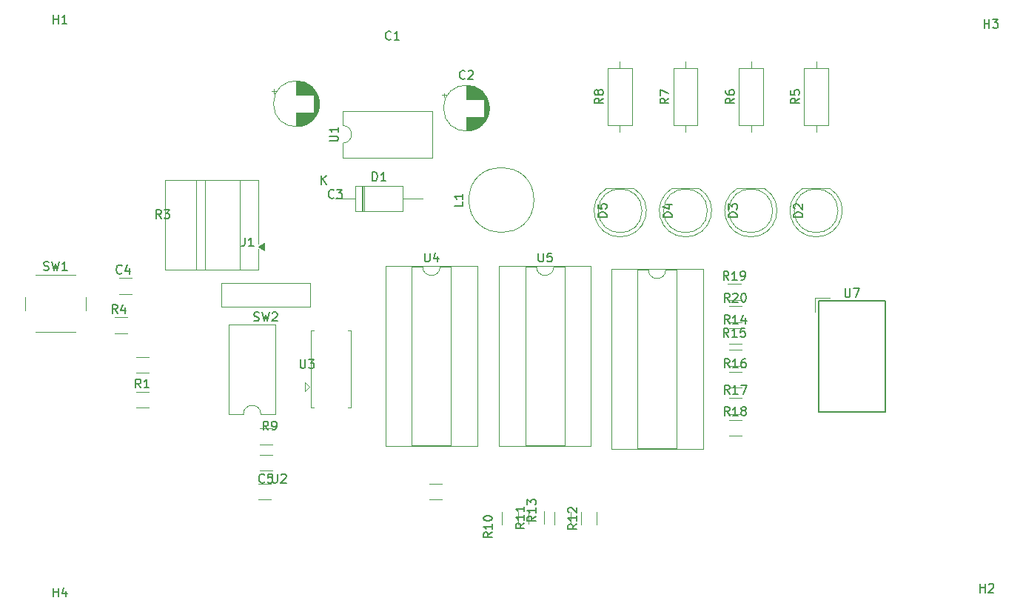
<source format=gbr>
%TF.GenerationSoftware,KiCad,Pcbnew,9.0.3*%
%TF.CreationDate,2025-12-16T09:59:01+01:00*%
%TF.ProjectId,PTP_Darijo_Matesic_Project1,5054505f-4461-4726-996a-6f5f4d617465,rev?*%
%TF.SameCoordinates,Original*%
%TF.FileFunction,Legend,Top*%
%TF.FilePolarity,Positive*%
%FSLAX46Y46*%
G04 Gerber Fmt 4.6, Leading zero omitted, Abs format (unit mm)*
G04 Created by KiCad (PCBNEW 9.0.3) date 2025-12-16 09:59:01*
%MOMM*%
%LPD*%
G01*
G04 APERTURE LIST*
%ADD10C,0.150000*%
%ADD11C,0.120000*%
G04 APERTURE END LIST*
D10*
X119238095Y-48234819D02*
X119238095Y-49044342D01*
X119238095Y-49044342D02*
X119285714Y-49139580D01*
X119285714Y-49139580D02*
X119333333Y-49187200D01*
X119333333Y-49187200D02*
X119428571Y-49234819D01*
X119428571Y-49234819D02*
X119619047Y-49234819D01*
X119619047Y-49234819D02*
X119714285Y-49187200D01*
X119714285Y-49187200D02*
X119761904Y-49139580D01*
X119761904Y-49139580D02*
X119809523Y-49044342D01*
X119809523Y-49044342D02*
X119809523Y-48234819D01*
X120714285Y-48568152D02*
X120714285Y-49234819D01*
X120476190Y-48187200D02*
X120238095Y-48901485D01*
X120238095Y-48901485D02*
X120857142Y-48901485D01*
X89083333Y-44284819D02*
X88750000Y-43808628D01*
X88511905Y-44284819D02*
X88511905Y-43284819D01*
X88511905Y-43284819D02*
X88892857Y-43284819D01*
X88892857Y-43284819D02*
X88988095Y-43332438D01*
X88988095Y-43332438D02*
X89035714Y-43380057D01*
X89035714Y-43380057D02*
X89083333Y-43475295D01*
X89083333Y-43475295D02*
X89083333Y-43618152D01*
X89083333Y-43618152D02*
X89035714Y-43713390D01*
X89035714Y-43713390D02*
X88988095Y-43761009D01*
X88988095Y-43761009D02*
X88892857Y-43808628D01*
X88892857Y-43808628D02*
X88511905Y-43808628D01*
X89416667Y-43284819D02*
X90035714Y-43284819D01*
X90035714Y-43284819D02*
X89702381Y-43665771D01*
X89702381Y-43665771D02*
X89845238Y-43665771D01*
X89845238Y-43665771D02*
X89940476Y-43713390D01*
X89940476Y-43713390D02*
X89988095Y-43761009D01*
X89988095Y-43761009D02*
X90035714Y-43856247D01*
X90035714Y-43856247D02*
X90035714Y-44094342D01*
X90035714Y-44094342D02*
X89988095Y-44189580D01*
X89988095Y-44189580D02*
X89940476Y-44237200D01*
X89940476Y-44237200D02*
X89845238Y-44284819D01*
X89845238Y-44284819D02*
X89559524Y-44284819D01*
X89559524Y-44284819D02*
X89464286Y-44237200D01*
X89464286Y-44237200D02*
X89416667Y-44189580D01*
X84583333Y-50509580D02*
X84535714Y-50557200D01*
X84535714Y-50557200D02*
X84392857Y-50604819D01*
X84392857Y-50604819D02*
X84297619Y-50604819D01*
X84297619Y-50604819D02*
X84154762Y-50557200D01*
X84154762Y-50557200D02*
X84059524Y-50461961D01*
X84059524Y-50461961D02*
X84011905Y-50366723D01*
X84011905Y-50366723D02*
X83964286Y-50176247D01*
X83964286Y-50176247D02*
X83964286Y-50033390D01*
X83964286Y-50033390D02*
X84011905Y-49842914D01*
X84011905Y-49842914D02*
X84059524Y-49747676D01*
X84059524Y-49747676D02*
X84154762Y-49652438D01*
X84154762Y-49652438D02*
X84297619Y-49604819D01*
X84297619Y-49604819D02*
X84392857Y-49604819D01*
X84392857Y-49604819D02*
X84535714Y-49652438D01*
X84535714Y-49652438D02*
X84583333Y-49700057D01*
X85440476Y-49938152D02*
X85440476Y-50604819D01*
X85202381Y-49557200D02*
X84964286Y-50271485D01*
X84964286Y-50271485D02*
X85583333Y-50271485D01*
X153997142Y-57814819D02*
X153663809Y-57338628D01*
X153425714Y-57814819D02*
X153425714Y-56814819D01*
X153425714Y-56814819D02*
X153806666Y-56814819D01*
X153806666Y-56814819D02*
X153901904Y-56862438D01*
X153901904Y-56862438D02*
X153949523Y-56910057D01*
X153949523Y-56910057D02*
X153997142Y-57005295D01*
X153997142Y-57005295D02*
X153997142Y-57148152D01*
X153997142Y-57148152D02*
X153949523Y-57243390D01*
X153949523Y-57243390D02*
X153901904Y-57291009D01*
X153901904Y-57291009D02*
X153806666Y-57338628D01*
X153806666Y-57338628D02*
X153425714Y-57338628D01*
X154949523Y-57814819D02*
X154378095Y-57814819D01*
X154663809Y-57814819D02*
X154663809Y-56814819D01*
X154663809Y-56814819D02*
X154568571Y-56957676D01*
X154568571Y-56957676D02*
X154473333Y-57052914D01*
X154473333Y-57052914D02*
X154378095Y-57100533D01*
X155854285Y-56814819D02*
X155378095Y-56814819D01*
X155378095Y-56814819D02*
X155330476Y-57291009D01*
X155330476Y-57291009D02*
X155378095Y-57243390D01*
X155378095Y-57243390D02*
X155473333Y-57195771D01*
X155473333Y-57195771D02*
X155711428Y-57195771D01*
X155711428Y-57195771D02*
X155806666Y-57243390D01*
X155806666Y-57243390D02*
X155854285Y-57291009D01*
X155854285Y-57291009D02*
X155901904Y-57386247D01*
X155901904Y-57386247D02*
X155901904Y-57624342D01*
X155901904Y-57624342D02*
X155854285Y-57719580D01*
X155854285Y-57719580D02*
X155806666Y-57767200D01*
X155806666Y-57767200D02*
X155711428Y-57814819D01*
X155711428Y-57814819D02*
X155473333Y-57814819D01*
X155473333Y-57814819D02*
X155378095Y-57767200D01*
X155378095Y-57767200D02*
X155330476Y-57719580D01*
X98666666Y-46454819D02*
X98666666Y-47169104D01*
X98666666Y-47169104D02*
X98619047Y-47311961D01*
X98619047Y-47311961D02*
X98523809Y-47407200D01*
X98523809Y-47407200D02*
X98380952Y-47454819D01*
X98380952Y-47454819D02*
X98285714Y-47454819D01*
X99666666Y-47454819D02*
X99095238Y-47454819D01*
X99380952Y-47454819D02*
X99380952Y-46454819D01*
X99380952Y-46454819D02*
X99285714Y-46597676D01*
X99285714Y-46597676D02*
X99190476Y-46692914D01*
X99190476Y-46692914D02*
X99095238Y-46740533D01*
X76738095Y-22004819D02*
X76738095Y-21004819D01*
X76738095Y-21481009D02*
X77309523Y-21481009D01*
X77309523Y-22004819D02*
X77309523Y-21004819D01*
X78309523Y-22004819D02*
X77738095Y-22004819D01*
X78023809Y-22004819D02*
X78023809Y-21004819D01*
X78023809Y-21004819D02*
X77928571Y-21147676D01*
X77928571Y-21147676D02*
X77833333Y-21242914D01*
X77833333Y-21242914D02*
X77738095Y-21290533D01*
X183238095Y-22504819D02*
X183238095Y-21504819D01*
X183238095Y-21981009D02*
X183809523Y-21981009D01*
X183809523Y-22504819D02*
X183809523Y-21504819D01*
X184190476Y-21504819D02*
X184809523Y-21504819D01*
X184809523Y-21504819D02*
X184476190Y-21885771D01*
X184476190Y-21885771D02*
X184619047Y-21885771D01*
X184619047Y-21885771D02*
X184714285Y-21933390D01*
X184714285Y-21933390D02*
X184761904Y-21981009D01*
X184761904Y-21981009D02*
X184809523Y-22076247D01*
X184809523Y-22076247D02*
X184809523Y-22314342D01*
X184809523Y-22314342D02*
X184761904Y-22409580D01*
X184761904Y-22409580D02*
X184714285Y-22457200D01*
X184714285Y-22457200D02*
X184619047Y-22504819D01*
X184619047Y-22504819D02*
X184333333Y-22504819D01*
X184333333Y-22504819D02*
X184238095Y-22457200D01*
X184238095Y-22457200D02*
X184190476Y-22409580D01*
X140044819Y-44138094D02*
X139044819Y-44138094D01*
X139044819Y-44138094D02*
X139044819Y-43899999D01*
X139044819Y-43899999D02*
X139092438Y-43757142D01*
X139092438Y-43757142D02*
X139187676Y-43661904D01*
X139187676Y-43661904D02*
X139282914Y-43614285D01*
X139282914Y-43614285D02*
X139473390Y-43566666D01*
X139473390Y-43566666D02*
X139616247Y-43566666D01*
X139616247Y-43566666D02*
X139806723Y-43614285D01*
X139806723Y-43614285D02*
X139901961Y-43661904D01*
X139901961Y-43661904D02*
X139997200Y-43757142D01*
X139997200Y-43757142D02*
X140044819Y-43899999D01*
X140044819Y-43899999D02*
X140044819Y-44138094D01*
X139044819Y-42661904D02*
X139044819Y-43138094D01*
X139044819Y-43138094D02*
X139521009Y-43185713D01*
X139521009Y-43185713D02*
X139473390Y-43138094D01*
X139473390Y-43138094D02*
X139425771Y-43042856D01*
X139425771Y-43042856D02*
X139425771Y-42804761D01*
X139425771Y-42804761D02*
X139473390Y-42709523D01*
X139473390Y-42709523D02*
X139521009Y-42661904D01*
X139521009Y-42661904D02*
X139616247Y-42614285D01*
X139616247Y-42614285D02*
X139854342Y-42614285D01*
X139854342Y-42614285D02*
X139949580Y-42661904D01*
X139949580Y-42661904D02*
X139997200Y-42709523D01*
X139997200Y-42709523D02*
X140044819Y-42804761D01*
X140044819Y-42804761D02*
X140044819Y-43042856D01*
X140044819Y-43042856D02*
X139997200Y-43138094D01*
X139997200Y-43138094D02*
X139949580Y-43185713D01*
X123833333Y-28274580D02*
X123785714Y-28322200D01*
X123785714Y-28322200D02*
X123642857Y-28369819D01*
X123642857Y-28369819D02*
X123547619Y-28369819D01*
X123547619Y-28369819D02*
X123404762Y-28322200D01*
X123404762Y-28322200D02*
X123309524Y-28226961D01*
X123309524Y-28226961D02*
X123261905Y-28131723D01*
X123261905Y-28131723D02*
X123214286Y-27941247D01*
X123214286Y-27941247D02*
X123214286Y-27798390D01*
X123214286Y-27798390D02*
X123261905Y-27607914D01*
X123261905Y-27607914D02*
X123309524Y-27512676D01*
X123309524Y-27512676D02*
X123404762Y-27417438D01*
X123404762Y-27417438D02*
X123547619Y-27369819D01*
X123547619Y-27369819D02*
X123642857Y-27369819D01*
X123642857Y-27369819D02*
X123785714Y-27417438D01*
X123785714Y-27417438D02*
X123833333Y-27465057D01*
X124214286Y-27465057D02*
X124261905Y-27417438D01*
X124261905Y-27417438D02*
X124357143Y-27369819D01*
X124357143Y-27369819D02*
X124595238Y-27369819D01*
X124595238Y-27369819D02*
X124690476Y-27417438D01*
X124690476Y-27417438D02*
X124738095Y-27465057D01*
X124738095Y-27465057D02*
X124785714Y-27560295D01*
X124785714Y-27560295D02*
X124785714Y-27655533D01*
X124785714Y-27655533D02*
X124738095Y-27798390D01*
X124738095Y-27798390D02*
X124166667Y-28369819D01*
X124166667Y-28369819D02*
X124785714Y-28369819D01*
X108314819Y-35421904D02*
X109124342Y-35421904D01*
X109124342Y-35421904D02*
X109219580Y-35374285D01*
X109219580Y-35374285D02*
X109267200Y-35326666D01*
X109267200Y-35326666D02*
X109314819Y-35231428D01*
X109314819Y-35231428D02*
X109314819Y-35040952D01*
X109314819Y-35040952D02*
X109267200Y-34945714D01*
X109267200Y-34945714D02*
X109219580Y-34898095D01*
X109219580Y-34898095D02*
X109124342Y-34850476D01*
X109124342Y-34850476D02*
X108314819Y-34850476D01*
X109314819Y-33850476D02*
X109314819Y-34421904D01*
X109314819Y-34136190D02*
X108314819Y-34136190D01*
X108314819Y-34136190D02*
X108457676Y-34231428D01*
X108457676Y-34231428D02*
X108552914Y-34326666D01*
X108552914Y-34326666D02*
X108600533Y-34421904D01*
X86753333Y-63624819D02*
X86420000Y-63148628D01*
X86181905Y-63624819D02*
X86181905Y-62624819D01*
X86181905Y-62624819D02*
X86562857Y-62624819D01*
X86562857Y-62624819D02*
X86658095Y-62672438D01*
X86658095Y-62672438D02*
X86705714Y-62720057D01*
X86705714Y-62720057D02*
X86753333Y-62815295D01*
X86753333Y-62815295D02*
X86753333Y-62958152D01*
X86753333Y-62958152D02*
X86705714Y-63053390D01*
X86705714Y-63053390D02*
X86658095Y-63101009D01*
X86658095Y-63101009D02*
X86562857Y-63148628D01*
X86562857Y-63148628D02*
X86181905Y-63148628D01*
X87705714Y-63624819D02*
X87134286Y-63624819D01*
X87420000Y-63624819D02*
X87420000Y-62624819D01*
X87420000Y-62624819D02*
X87324762Y-62767676D01*
X87324762Y-62767676D02*
X87229524Y-62862914D01*
X87229524Y-62862914D02*
X87134286Y-62910533D01*
X154644819Y-30536666D02*
X154168628Y-30869999D01*
X154644819Y-31108094D02*
X153644819Y-31108094D01*
X153644819Y-31108094D02*
X153644819Y-30727142D01*
X153644819Y-30727142D02*
X153692438Y-30631904D01*
X153692438Y-30631904D02*
X153740057Y-30584285D01*
X153740057Y-30584285D02*
X153835295Y-30536666D01*
X153835295Y-30536666D02*
X153978152Y-30536666D01*
X153978152Y-30536666D02*
X154073390Y-30584285D01*
X154073390Y-30584285D02*
X154121009Y-30631904D01*
X154121009Y-30631904D02*
X154168628Y-30727142D01*
X154168628Y-30727142D02*
X154168628Y-31108094D01*
X153644819Y-29679523D02*
X153644819Y-29869999D01*
X153644819Y-29869999D02*
X153692438Y-29965237D01*
X153692438Y-29965237D02*
X153740057Y-30012856D01*
X153740057Y-30012856D02*
X153882914Y-30108094D01*
X153882914Y-30108094D02*
X154073390Y-30155713D01*
X154073390Y-30155713D02*
X154454342Y-30155713D01*
X154454342Y-30155713D02*
X154549580Y-30108094D01*
X154549580Y-30108094D02*
X154597200Y-30060475D01*
X154597200Y-30060475D02*
X154644819Y-29965237D01*
X154644819Y-29965237D02*
X154644819Y-29774761D01*
X154644819Y-29774761D02*
X154597200Y-29679523D01*
X154597200Y-29679523D02*
X154549580Y-29631904D01*
X154549580Y-29631904D02*
X154454342Y-29584285D01*
X154454342Y-29584285D02*
X154216247Y-29584285D01*
X154216247Y-29584285D02*
X154121009Y-29631904D01*
X154121009Y-29631904D02*
X154073390Y-29679523D01*
X154073390Y-29679523D02*
X154025771Y-29774761D01*
X154025771Y-29774761D02*
X154025771Y-29965237D01*
X154025771Y-29965237D02*
X154073390Y-30060475D01*
X154073390Y-30060475D02*
X154121009Y-30108094D01*
X154121009Y-30108094D02*
X154216247Y-30155713D01*
X113261905Y-39984819D02*
X113261905Y-38984819D01*
X113261905Y-38984819D02*
X113500000Y-38984819D01*
X113500000Y-38984819D02*
X113642857Y-39032438D01*
X113642857Y-39032438D02*
X113738095Y-39127676D01*
X113738095Y-39127676D02*
X113785714Y-39222914D01*
X113785714Y-39222914D02*
X113833333Y-39413390D01*
X113833333Y-39413390D02*
X113833333Y-39556247D01*
X113833333Y-39556247D02*
X113785714Y-39746723D01*
X113785714Y-39746723D02*
X113738095Y-39841961D01*
X113738095Y-39841961D02*
X113642857Y-39937200D01*
X113642857Y-39937200D02*
X113500000Y-39984819D01*
X113500000Y-39984819D02*
X113261905Y-39984819D01*
X114785714Y-39984819D02*
X114214286Y-39984819D01*
X114500000Y-39984819D02*
X114500000Y-38984819D01*
X114500000Y-38984819D02*
X114404762Y-39127676D01*
X114404762Y-39127676D02*
X114309524Y-39222914D01*
X114309524Y-39222914D02*
X114214286Y-39270533D01*
X107388095Y-40354819D02*
X107388095Y-39354819D01*
X107959523Y-40354819D02*
X107530952Y-39783390D01*
X107959523Y-39354819D02*
X107388095Y-39926247D01*
X154984819Y-44138094D02*
X153984819Y-44138094D01*
X153984819Y-44138094D02*
X153984819Y-43899999D01*
X153984819Y-43899999D02*
X154032438Y-43757142D01*
X154032438Y-43757142D02*
X154127676Y-43661904D01*
X154127676Y-43661904D02*
X154222914Y-43614285D01*
X154222914Y-43614285D02*
X154413390Y-43566666D01*
X154413390Y-43566666D02*
X154556247Y-43566666D01*
X154556247Y-43566666D02*
X154746723Y-43614285D01*
X154746723Y-43614285D02*
X154841961Y-43661904D01*
X154841961Y-43661904D02*
X154937200Y-43757142D01*
X154937200Y-43757142D02*
X154984819Y-43899999D01*
X154984819Y-43899999D02*
X154984819Y-44138094D01*
X153984819Y-43233332D02*
X153984819Y-42614285D01*
X153984819Y-42614285D02*
X154365771Y-42947618D01*
X154365771Y-42947618D02*
X154365771Y-42804761D01*
X154365771Y-42804761D02*
X154413390Y-42709523D01*
X154413390Y-42709523D02*
X154461009Y-42661904D01*
X154461009Y-42661904D02*
X154556247Y-42614285D01*
X154556247Y-42614285D02*
X154794342Y-42614285D01*
X154794342Y-42614285D02*
X154889580Y-42661904D01*
X154889580Y-42661904D02*
X154937200Y-42709523D01*
X154937200Y-42709523D02*
X154984819Y-42804761D01*
X154984819Y-42804761D02*
X154984819Y-43090475D01*
X154984819Y-43090475D02*
X154937200Y-43185713D01*
X154937200Y-43185713D02*
X154889580Y-43233332D01*
X154097142Y-53814819D02*
X153763809Y-53338628D01*
X153525714Y-53814819D02*
X153525714Y-52814819D01*
X153525714Y-52814819D02*
X153906666Y-52814819D01*
X153906666Y-52814819D02*
X154001904Y-52862438D01*
X154001904Y-52862438D02*
X154049523Y-52910057D01*
X154049523Y-52910057D02*
X154097142Y-53005295D01*
X154097142Y-53005295D02*
X154097142Y-53148152D01*
X154097142Y-53148152D02*
X154049523Y-53243390D01*
X154049523Y-53243390D02*
X154001904Y-53291009D01*
X154001904Y-53291009D02*
X153906666Y-53338628D01*
X153906666Y-53338628D02*
X153525714Y-53338628D01*
X154478095Y-52910057D02*
X154525714Y-52862438D01*
X154525714Y-52862438D02*
X154620952Y-52814819D01*
X154620952Y-52814819D02*
X154859047Y-52814819D01*
X154859047Y-52814819D02*
X154954285Y-52862438D01*
X154954285Y-52862438D02*
X155001904Y-52910057D01*
X155001904Y-52910057D02*
X155049523Y-53005295D01*
X155049523Y-53005295D02*
X155049523Y-53100533D01*
X155049523Y-53100533D02*
X155001904Y-53243390D01*
X155001904Y-53243390D02*
X154430476Y-53814819D01*
X154430476Y-53814819D02*
X155049523Y-53814819D01*
X155668571Y-52814819D02*
X155763809Y-52814819D01*
X155763809Y-52814819D02*
X155859047Y-52862438D01*
X155859047Y-52862438D02*
X155906666Y-52910057D01*
X155906666Y-52910057D02*
X155954285Y-53005295D01*
X155954285Y-53005295D02*
X156001904Y-53195771D01*
X156001904Y-53195771D02*
X156001904Y-53433866D01*
X156001904Y-53433866D02*
X155954285Y-53624342D01*
X155954285Y-53624342D02*
X155906666Y-53719580D01*
X155906666Y-53719580D02*
X155859047Y-53767200D01*
X155859047Y-53767200D02*
X155763809Y-53814819D01*
X155763809Y-53814819D02*
X155668571Y-53814819D01*
X155668571Y-53814819D02*
X155573333Y-53767200D01*
X155573333Y-53767200D02*
X155525714Y-53719580D01*
X155525714Y-53719580D02*
X155478095Y-53624342D01*
X155478095Y-53624342D02*
X155430476Y-53433866D01*
X155430476Y-53433866D02*
X155430476Y-53195771D01*
X155430476Y-53195771D02*
X155478095Y-53005295D01*
X155478095Y-53005295D02*
X155525714Y-52910057D01*
X155525714Y-52910057D02*
X155573333Y-52862438D01*
X155573333Y-52862438D02*
X155668571Y-52814819D01*
X76738095Y-87504819D02*
X76738095Y-86504819D01*
X76738095Y-86981009D02*
X77309523Y-86981009D01*
X77309523Y-87504819D02*
X77309523Y-86504819D01*
X78214285Y-86838152D02*
X78214285Y-87504819D01*
X77976190Y-86457200D02*
X77738095Y-87171485D01*
X77738095Y-87171485D02*
X78357142Y-87171485D01*
X100895833Y-74379580D02*
X100848214Y-74427200D01*
X100848214Y-74427200D02*
X100705357Y-74474819D01*
X100705357Y-74474819D02*
X100610119Y-74474819D01*
X100610119Y-74474819D02*
X100467262Y-74427200D01*
X100467262Y-74427200D02*
X100372024Y-74331961D01*
X100372024Y-74331961D02*
X100324405Y-74236723D01*
X100324405Y-74236723D02*
X100276786Y-74046247D01*
X100276786Y-74046247D02*
X100276786Y-73903390D01*
X100276786Y-73903390D02*
X100324405Y-73712914D01*
X100324405Y-73712914D02*
X100372024Y-73617676D01*
X100372024Y-73617676D02*
X100467262Y-73522438D01*
X100467262Y-73522438D02*
X100610119Y-73474819D01*
X100610119Y-73474819D02*
X100705357Y-73474819D01*
X100705357Y-73474819D02*
X100848214Y-73522438D01*
X100848214Y-73522438D02*
X100895833Y-73570057D01*
X101800595Y-73474819D02*
X101324405Y-73474819D01*
X101324405Y-73474819D02*
X101276786Y-73951009D01*
X101276786Y-73951009D02*
X101324405Y-73903390D01*
X101324405Y-73903390D02*
X101419643Y-73855771D01*
X101419643Y-73855771D02*
X101657738Y-73855771D01*
X101657738Y-73855771D02*
X101752976Y-73903390D01*
X101752976Y-73903390D02*
X101800595Y-73951009D01*
X101800595Y-73951009D02*
X101848214Y-74046247D01*
X101848214Y-74046247D02*
X101848214Y-74284342D01*
X101848214Y-74284342D02*
X101800595Y-74379580D01*
X101800595Y-74379580D02*
X101752976Y-74427200D01*
X101752976Y-74427200D02*
X101657738Y-74474819D01*
X101657738Y-74474819D02*
X101419643Y-74474819D01*
X101419643Y-74474819D02*
X101324405Y-74427200D01*
X101324405Y-74427200D02*
X101276786Y-74379580D01*
X126954819Y-80142857D02*
X126478628Y-80476190D01*
X126954819Y-80714285D02*
X125954819Y-80714285D01*
X125954819Y-80714285D02*
X125954819Y-80333333D01*
X125954819Y-80333333D02*
X126002438Y-80238095D01*
X126002438Y-80238095D02*
X126050057Y-80190476D01*
X126050057Y-80190476D02*
X126145295Y-80142857D01*
X126145295Y-80142857D02*
X126288152Y-80142857D01*
X126288152Y-80142857D02*
X126383390Y-80190476D01*
X126383390Y-80190476D02*
X126431009Y-80238095D01*
X126431009Y-80238095D02*
X126478628Y-80333333D01*
X126478628Y-80333333D02*
X126478628Y-80714285D01*
X126954819Y-79190476D02*
X126954819Y-79761904D01*
X126954819Y-79476190D02*
X125954819Y-79476190D01*
X125954819Y-79476190D02*
X126097676Y-79571428D01*
X126097676Y-79571428D02*
X126192914Y-79666666D01*
X126192914Y-79666666D02*
X126240533Y-79761904D01*
X125954819Y-78571428D02*
X125954819Y-78476190D01*
X125954819Y-78476190D02*
X126002438Y-78380952D01*
X126002438Y-78380952D02*
X126050057Y-78333333D01*
X126050057Y-78333333D02*
X126145295Y-78285714D01*
X126145295Y-78285714D02*
X126335771Y-78238095D01*
X126335771Y-78238095D02*
X126573866Y-78238095D01*
X126573866Y-78238095D02*
X126764342Y-78285714D01*
X126764342Y-78285714D02*
X126859580Y-78333333D01*
X126859580Y-78333333D02*
X126907200Y-78380952D01*
X126907200Y-78380952D02*
X126954819Y-78476190D01*
X126954819Y-78476190D02*
X126954819Y-78571428D01*
X126954819Y-78571428D02*
X126907200Y-78666666D01*
X126907200Y-78666666D02*
X126859580Y-78714285D01*
X126859580Y-78714285D02*
X126764342Y-78761904D01*
X126764342Y-78761904D02*
X126573866Y-78809523D01*
X126573866Y-78809523D02*
X126335771Y-78809523D01*
X126335771Y-78809523D02*
X126145295Y-78761904D01*
X126145295Y-78761904D02*
X126050057Y-78714285D01*
X126050057Y-78714285D02*
X126002438Y-78666666D01*
X126002438Y-78666666D02*
X125954819Y-78571428D01*
X147144819Y-30536666D02*
X146668628Y-30869999D01*
X147144819Y-31108094D02*
X146144819Y-31108094D01*
X146144819Y-31108094D02*
X146144819Y-30727142D01*
X146144819Y-30727142D02*
X146192438Y-30631904D01*
X146192438Y-30631904D02*
X146240057Y-30584285D01*
X146240057Y-30584285D02*
X146335295Y-30536666D01*
X146335295Y-30536666D02*
X146478152Y-30536666D01*
X146478152Y-30536666D02*
X146573390Y-30584285D01*
X146573390Y-30584285D02*
X146621009Y-30631904D01*
X146621009Y-30631904D02*
X146668628Y-30727142D01*
X146668628Y-30727142D02*
X146668628Y-31108094D01*
X146144819Y-30203332D02*
X146144819Y-29536666D01*
X146144819Y-29536666D02*
X147144819Y-29965237D01*
X101333333Y-68454819D02*
X101000000Y-67978628D01*
X100761905Y-68454819D02*
X100761905Y-67454819D01*
X100761905Y-67454819D02*
X101142857Y-67454819D01*
X101142857Y-67454819D02*
X101238095Y-67502438D01*
X101238095Y-67502438D02*
X101285714Y-67550057D01*
X101285714Y-67550057D02*
X101333333Y-67645295D01*
X101333333Y-67645295D02*
X101333333Y-67788152D01*
X101333333Y-67788152D02*
X101285714Y-67883390D01*
X101285714Y-67883390D02*
X101238095Y-67931009D01*
X101238095Y-67931009D02*
X101142857Y-67978628D01*
X101142857Y-67978628D02*
X100761905Y-67978628D01*
X101809524Y-68454819D02*
X102000000Y-68454819D01*
X102000000Y-68454819D02*
X102095238Y-68407200D01*
X102095238Y-68407200D02*
X102142857Y-68359580D01*
X102142857Y-68359580D02*
X102238095Y-68216723D01*
X102238095Y-68216723D02*
X102285714Y-68026247D01*
X102285714Y-68026247D02*
X102285714Y-67645295D01*
X102285714Y-67645295D02*
X102238095Y-67550057D01*
X102238095Y-67550057D02*
X102190476Y-67502438D01*
X102190476Y-67502438D02*
X102095238Y-67454819D01*
X102095238Y-67454819D02*
X101904762Y-67454819D01*
X101904762Y-67454819D02*
X101809524Y-67502438D01*
X101809524Y-67502438D02*
X101761905Y-67550057D01*
X101761905Y-67550057D02*
X101714286Y-67645295D01*
X101714286Y-67645295D02*
X101714286Y-67883390D01*
X101714286Y-67883390D02*
X101761905Y-67978628D01*
X101761905Y-67978628D02*
X101809524Y-68026247D01*
X101809524Y-68026247D02*
X101904762Y-68073866D01*
X101904762Y-68073866D02*
X102095238Y-68073866D01*
X102095238Y-68073866D02*
X102190476Y-68026247D01*
X102190476Y-68026247D02*
X102238095Y-67978628D01*
X102238095Y-67978628D02*
X102285714Y-67883390D01*
X139644819Y-30536666D02*
X139168628Y-30869999D01*
X139644819Y-31108094D02*
X138644819Y-31108094D01*
X138644819Y-31108094D02*
X138644819Y-30727142D01*
X138644819Y-30727142D02*
X138692438Y-30631904D01*
X138692438Y-30631904D02*
X138740057Y-30584285D01*
X138740057Y-30584285D02*
X138835295Y-30536666D01*
X138835295Y-30536666D02*
X138978152Y-30536666D01*
X138978152Y-30536666D02*
X139073390Y-30584285D01*
X139073390Y-30584285D02*
X139121009Y-30631904D01*
X139121009Y-30631904D02*
X139168628Y-30727142D01*
X139168628Y-30727142D02*
X139168628Y-31108094D01*
X139073390Y-29965237D02*
X139025771Y-30060475D01*
X139025771Y-30060475D02*
X138978152Y-30108094D01*
X138978152Y-30108094D02*
X138882914Y-30155713D01*
X138882914Y-30155713D02*
X138835295Y-30155713D01*
X138835295Y-30155713D02*
X138740057Y-30108094D01*
X138740057Y-30108094D02*
X138692438Y-30060475D01*
X138692438Y-30060475D02*
X138644819Y-29965237D01*
X138644819Y-29965237D02*
X138644819Y-29774761D01*
X138644819Y-29774761D02*
X138692438Y-29679523D01*
X138692438Y-29679523D02*
X138740057Y-29631904D01*
X138740057Y-29631904D02*
X138835295Y-29584285D01*
X138835295Y-29584285D02*
X138882914Y-29584285D01*
X138882914Y-29584285D02*
X138978152Y-29631904D01*
X138978152Y-29631904D02*
X139025771Y-29679523D01*
X139025771Y-29679523D02*
X139073390Y-29774761D01*
X139073390Y-29774761D02*
X139073390Y-29965237D01*
X139073390Y-29965237D02*
X139121009Y-30060475D01*
X139121009Y-30060475D02*
X139168628Y-30108094D01*
X139168628Y-30108094D02*
X139263866Y-30155713D01*
X139263866Y-30155713D02*
X139454342Y-30155713D01*
X139454342Y-30155713D02*
X139549580Y-30108094D01*
X139549580Y-30108094D02*
X139597200Y-30060475D01*
X139597200Y-30060475D02*
X139644819Y-29965237D01*
X139644819Y-29965237D02*
X139644819Y-29774761D01*
X139644819Y-29774761D02*
X139597200Y-29679523D01*
X139597200Y-29679523D02*
X139549580Y-29631904D01*
X139549580Y-29631904D02*
X139454342Y-29584285D01*
X139454342Y-29584285D02*
X139263866Y-29584285D01*
X139263866Y-29584285D02*
X139168628Y-29631904D01*
X139168628Y-29631904D02*
X139121009Y-29679523D01*
X139121009Y-29679523D02*
X139073390Y-29774761D01*
X75666667Y-50157200D02*
X75809524Y-50204819D01*
X75809524Y-50204819D02*
X76047619Y-50204819D01*
X76047619Y-50204819D02*
X76142857Y-50157200D01*
X76142857Y-50157200D02*
X76190476Y-50109580D01*
X76190476Y-50109580D02*
X76238095Y-50014342D01*
X76238095Y-50014342D02*
X76238095Y-49919104D01*
X76238095Y-49919104D02*
X76190476Y-49823866D01*
X76190476Y-49823866D02*
X76142857Y-49776247D01*
X76142857Y-49776247D02*
X76047619Y-49728628D01*
X76047619Y-49728628D02*
X75857143Y-49681009D01*
X75857143Y-49681009D02*
X75761905Y-49633390D01*
X75761905Y-49633390D02*
X75714286Y-49585771D01*
X75714286Y-49585771D02*
X75666667Y-49490533D01*
X75666667Y-49490533D02*
X75666667Y-49395295D01*
X75666667Y-49395295D02*
X75714286Y-49300057D01*
X75714286Y-49300057D02*
X75761905Y-49252438D01*
X75761905Y-49252438D02*
X75857143Y-49204819D01*
X75857143Y-49204819D02*
X76095238Y-49204819D01*
X76095238Y-49204819D02*
X76238095Y-49252438D01*
X76571429Y-49204819D02*
X76809524Y-50204819D01*
X76809524Y-50204819D02*
X77000000Y-49490533D01*
X77000000Y-49490533D02*
X77190476Y-50204819D01*
X77190476Y-50204819D02*
X77428572Y-49204819D01*
X78333333Y-50204819D02*
X77761905Y-50204819D01*
X78047619Y-50204819D02*
X78047619Y-49204819D01*
X78047619Y-49204819D02*
X77952381Y-49347676D01*
X77952381Y-49347676D02*
X77857143Y-49442914D01*
X77857143Y-49442914D02*
X77761905Y-49490533D01*
X153997142Y-51314819D02*
X153663809Y-50838628D01*
X153425714Y-51314819D02*
X153425714Y-50314819D01*
X153425714Y-50314819D02*
X153806666Y-50314819D01*
X153806666Y-50314819D02*
X153901904Y-50362438D01*
X153901904Y-50362438D02*
X153949523Y-50410057D01*
X153949523Y-50410057D02*
X153997142Y-50505295D01*
X153997142Y-50505295D02*
X153997142Y-50648152D01*
X153997142Y-50648152D02*
X153949523Y-50743390D01*
X153949523Y-50743390D02*
X153901904Y-50791009D01*
X153901904Y-50791009D02*
X153806666Y-50838628D01*
X153806666Y-50838628D02*
X153425714Y-50838628D01*
X154949523Y-51314819D02*
X154378095Y-51314819D01*
X154663809Y-51314819D02*
X154663809Y-50314819D01*
X154663809Y-50314819D02*
X154568571Y-50457676D01*
X154568571Y-50457676D02*
X154473333Y-50552914D01*
X154473333Y-50552914D02*
X154378095Y-50600533D01*
X155425714Y-51314819D02*
X155616190Y-51314819D01*
X155616190Y-51314819D02*
X155711428Y-51267200D01*
X155711428Y-51267200D02*
X155759047Y-51219580D01*
X155759047Y-51219580D02*
X155854285Y-51076723D01*
X155854285Y-51076723D02*
X155901904Y-50886247D01*
X155901904Y-50886247D02*
X155901904Y-50505295D01*
X155901904Y-50505295D02*
X155854285Y-50410057D01*
X155854285Y-50410057D02*
X155806666Y-50362438D01*
X155806666Y-50362438D02*
X155711428Y-50314819D01*
X155711428Y-50314819D02*
X155520952Y-50314819D01*
X155520952Y-50314819D02*
X155425714Y-50362438D01*
X155425714Y-50362438D02*
X155378095Y-50410057D01*
X155378095Y-50410057D02*
X155330476Y-50505295D01*
X155330476Y-50505295D02*
X155330476Y-50743390D01*
X155330476Y-50743390D02*
X155378095Y-50838628D01*
X155378095Y-50838628D02*
X155425714Y-50886247D01*
X155425714Y-50886247D02*
X155520952Y-50933866D01*
X155520952Y-50933866D02*
X155711428Y-50933866D01*
X155711428Y-50933866D02*
X155806666Y-50886247D01*
X155806666Y-50886247D02*
X155854285Y-50838628D01*
X155854285Y-50838628D02*
X155901904Y-50743390D01*
X104998095Y-60394819D02*
X104998095Y-61204342D01*
X104998095Y-61204342D02*
X105045714Y-61299580D01*
X105045714Y-61299580D02*
X105093333Y-61347200D01*
X105093333Y-61347200D02*
X105188571Y-61394819D01*
X105188571Y-61394819D02*
X105379047Y-61394819D01*
X105379047Y-61394819D02*
X105474285Y-61347200D01*
X105474285Y-61347200D02*
X105521904Y-61299580D01*
X105521904Y-61299580D02*
X105569523Y-61204342D01*
X105569523Y-61204342D02*
X105569523Y-60394819D01*
X105950476Y-60394819D02*
X106569523Y-60394819D01*
X106569523Y-60394819D02*
X106236190Y-60775771D01*
X106236190Y-60775771D02*
X106379047Y-60775771D01*
X106379047Y-60775771D02*
X106474285Y-60823390D01*
X106474285Y-60823390D02*
X106521904Y-60871009D01*
X106521904Y-60871009D02*
X106569523Y-60966247D01*
X106569523Y-60966247D02*
X106569523Y-61204342D01*
X106569523Y-61204342D02*
X106521904Y-61299580D01*
X106521904Y-61299580D02*
X106474285Y-61347200D01*
X106474285Y-61347200D02*
X106379047Y-61394819D01*
X106379047Y-61394819D02*
X106093333Y-61394819D01*
X106093333Y-61394819D02*
X105998095Y-61347200D01*
X105998095Y-61347200D02*
X105950476Y-61299580D01*
X167310595Y-52278319D02*
X167310595Y-53087842D01*
X167310595Y-53087842D02*
X167358214Y-53183080D01*
X167358214Y-53183080D02*
X167405833Y-53230700D01*
X167405833Y-53230700D02*
X167501071Y-53278319D01*
X167501071Y-53278319D02*
X167691547Y-53278319D01*
X167691547Y-53278319D02*
X167786785Y-53230700D01*
X167786785Y-53230700D02*
X167834404Y-53183080D01*
X167834404Y-53183080D02*
X167882023Y-53087842D01*
X167882023Y-53087842D02*
X167882023Y-52278319D01*
X168262976Y-52278319D02*
X168929642Y-52278319D01*
X168929642Y-52278319D02*
X168501071Y-53278319D01*
X154097142Y-61314819D02*
X153763809Y-60838628D01*
X153525714Y-61314819D02*
X153525714Y-60314819D01*
X153525714Y-60314819D02*
X153906666Y-60314819D01*
X153906666Y-60314819D02*
X154001904Y-60362438D01*
X154001904Y-60362438D02*
X154049523Y-60410057D01*
X154049523Y-60410057D02*
X154097142Y-60505295D01*
X154097142Y-60505295D02*
X154097142Y-60648152D01*
X154097142Y-60648152D02*
X154049523Y-60743390D01*
X154049523Y-60743390D02*
X154001904Y-60791009D01*
X154001904Y-60791009D02*
X153906666Y-60838628D01*
X153906666Y-60838628D02*
X153525714Y-60838628D01*
X155049523Y-61314819D02*
X154478095Y-61314819D01*
X154763809Y-61314819D02*
X154763809Y-60314819D01*
X154763809Y-60314819D02*
X154668571Y-60457676D01*
X154668571Y-60457676D02*
X154573333Y-60552914D01*
X154573333Y-60552914D02*
X154478095Y-60600533D01*
X155906666Y-60314819D02*
X155716190Y-60314819D01*
X155716190Y-60314819D02*
X155620952Y-60362438D01*
X155620952Y-60362438D02*
X155573333Y-60410057D01*
X155573333Y-60410057D02*
X155478095Y-60552914D01*
X155478095Y-60552914D02*
X155430476Y-60743390D01*
X155430476Y-60743390D02*
X155430476Y-61124342D01*
X155430476Y-61124342D02*
X155478095Y-61219580D01*
X155478095Y-61219580D02*
X155525714Y-61267200D01*
X155525714Y-61267200D02*
X155620952Y-61314819D01*
X155620952Y-61314819D02*
X155811428Y-61314819D01*
X155811428Y-61314819D02*
X155906666Y-61267200D01*
X155906666Y-61267200D02*
X155954285Y-61219580D01*
X155954285Y-61219580D02*
X156001904Y-61124342D01*
X156001904Y-61124342D02*
X156001904Y-60886247D01*
X156001904Y-60886247D02*
X155954285Y-60791009D01*
X155954285Y-60791009D02*
X155906666Y-60743390D01*
X155906666Y-60743390D02*
X155811428Y-60695771D01*
X155811428Y-60695771D02*
X155620952Y-60695771D01*
X155620952Y-60695771D02*
X155525714Y-60743390D01*
X155525714Y-60743390D02*
X155478095Y-60791009D01*
X155478095Y-60791009D02*
X155430476Y-60886247D01*
X154097142Y-64314819D02*
X153763809Y-63838628D01*
X153525714Y-64314819D02*
X153525714Y-63314819D01*
X153525714Y-63314819D02*
X153906666Y-63314819D01*
X153906666Y-63314819D02*
X154001904Y-63362438D01*
X154001904Y-63362438D02*
X154049523Y-63410057D01*
X154049523Y-63410057D02*
X154097142Y-63505295D01*
X154097142Y-63505295D02*
X154097142Y-63648152D01*
X154097142Y-63648152D02*
X154049523Y-63743390D01*
X154049523Y-63743390D02*
X154001904Y-63791009D01*
X154001904Y-63791009D02*
X153906666Y-63838628D01*
X153906666Y-63838628D02*
X153525714Y-63838628D01*
X155049523Y-64314819D02*
X154478095Y-64314819D01*
X154763809Y-64314819D02*
X154763809Y-63314819D01*
X154763809Y-63314819D02*
X154668571Y-63457676D01*
X154668571Y-63457676D02*
X154573333Y-63552914D01*
X154573333Y-63552914D02*
X154478095Y-63600533D01*
X155382857Y-63314819D02*
X156049523Y-63314819D01*
X156049523Y-63314819D02*
X155620952Y-64314819D01*
X115378221Y-23774580D02*
X115330602Y-23822200D01*
X115330602Y-23822200D02*
X115187745Y-23869819D01*
X115187745Y-23869819D02*
X115092507Y-23869819D01*
X115092507Y-23869819D02*
X114949650Y-23822200D01*
X114949650Y-23822200D02*
X114854412Y-23726961D01*
X114854412Y-23726961D02*
X114806793Y-23631723D01*
X114806793Y-23631723D02*
X114759174Y-23441247D01*
X114759174Y-23441247D02*
X114759174Y-23298390D01*
X114759174Y-23298390D02*
X114806793Y-23107914D01*
X114806793Y-23107914D02*
X114854412Y-23012676D01*
X114854412Y-23012676D02*
X114949650Y-22917438D01*
X114949650Y-22917438D02*
X115092507Y-22869819D01*
X115092507Y-22869819D02*
X115187745Y-22869819D01*
X115187745Y-22869819D02*
X115330602Y-22917438D01*
X115330602Y-22917438D02*
X115378221Y-22965057D01*
X116330602Y-23869819D02*
X115759174Y-23869819D01*
X116044888Y-23869819D02*
X116044888Y-22869819D01*
X116044888Y-22869819D02*
X115949650Y-23012676D01*
X115949650Y-23012676D02*
X115854412Y-23107914D01*
X115854412Y-23107914D02*
X115759174Y-23155533D01*
X101805595Y-73484819D02*
X101805595Y-74294342D01*
X101805595Y-74294342D02*
X101853214Y-74389580D01*
X101853214Y-74389580D02*
X101900833Y-74437200D01*
X101900833Y-74437200D02*
X101996071Y-74484819D01*
X101996071Y-74484819D02*
X102186547Y-74484819D01*
X102186547Y-74484819D02*
X102281785Y-74437200D01*
X102281785Y-74437200D02*
X102329404Y-74389580D01*
X102329404Y-74389580D02*
X102377023Y-74294342D01*
X102377023Y-74294342D02*
X102377023Y-73484819D01*
X102805595Y-73580057D02*
X102853214Y-73532438D01*
X102853214Y-73532438D02*
X102948452Y-73484819D01*
X102948452Y-73484819D02*
X103186547Y-73484819D01*
X103186547Y-73484819D02*
X103281785Y-73532438D01*
X103281785Y-73532438D02*
X103329404Y-73580057D01*
X103329404Y-73580057D02*
X103377023Y-73675295D01*
X103377023Y-73675295D02*
X103377023Y-73770533D01*
X103377023Y-73770533D02*
X103329404Y-73913390D01*
X103329404Y-73913390D02*
X102757976Y-74484819D01*
X102757976Y-74484819D02*
X103377023Y-74484819D01*
X131954819Y-78292857D02*
X131478628Y-78626190D01*
X131954819Y-78864285D02*
X130954819Y-78864285D01*
X130954819Y-78864285D02*
X130954819Y-78483333D01*
X130954819Y-78483333D02*
X131002438Y-78388095D01*
X131002438Y-78388095D02*
X131050057Y-78340476D01*
X131050057Y-78340476D02*
X131145295Y-78292857D01*
X131145295Y-78292857D02*
X131288152Y-78292857D01*
X131288152Y-78292857D02*
X131383390Y-78340476D01*
X131383390Y-78340476D02*
X131431009Y-78388095D01*
X131431009Y-78388095D02*
X131478628Y-78483333D01*
X131478628Y-78483333D02*
X131478628Y-78864285D01*
X131954819Y-77340476D02*
X131954819Y-77911904D01*
X131954819Y-77626190D02*
X130954819Y-77626190D01*
X130954819Y-77626190D02*
X131097676Y-77721428D01*
X131097676Y-77721428D02*
X131192914Y-77816666D01*
X131192914Y-77816666D02*
X131240533Y-77911904D01*
X130954819Y-77007142D02*
X130954819Y-76388095D01*
X130954819Y-76388095D02*
X131335771Y-76721428D01*
X131335771Y-76721428D02*
X131335771Y-76578571D01*
X131335771Y-76578571D02*
X131383390Y-76483333D01*
X131383390Y-76483333D02*
X131431009Y-76435714D01*
X131431009Y-76435714D02*
X131526247Y-76388095D01*
X131526247Y-76388095D02*
X131764342Y-76388095D01*
X131764342Y-76388095D02*
X131859580Y-76435714D01*
X131859580Y-76435714D02*
X131907200Y-76483333D01*
X131907200Y-76483333D02*
X131954819Y-76578571D01*
X131954819Y-76578571D02*
X131954819Y-76864285D01*
X131954819Y-76864285D02*
X131907200Y-76959523D01*
X131907200Y-76959523D02*
X131859580Y-77007142D01*
X108833333Y-41879580D02*
X108785714Y-41927200D01*
X108785714Y-41927200D02*
X108642857Y-41974819D01*
X108642857Y-41974819D02*
X108547619Y-41974819D01*
X108547619Y-41974819D02*
X108404762Y-41927200D01*
X108404762Y-41927200D02*
X108309524Y-41831961D01*
X108309524Y-41831961D02*
X108261905Y-41736723D01*
X108261905Y-41736723D02*
X108214286Y-41546247D01*
X108214286Y-41546247D02*
X108214286Y-41403390D01*
X108214286Y-41403390D02*
X108261905Y-41212914D01*
X108261905Y-41212914D02*
X108309524Y-41117676D01*
X108309524Y-41117676D02*
X108404762Y-41022438D01*
X108404762Y-41022438D02*
X108547619Y-40974819D01*
X108547619Y-40974819D02*
X108642857Y-40974819D01*
X108642857Y-40974819D02*
X108785714Y-41022438D01*
X108785714Y-41022438D02*
X108833333Y-41070057D01*
X109166667Y-40974819D02*
X109785714Y-40974819D01*
X109785714Y-40974819D02*
X109452381Y-41355771D01*
X109452381Y-41355771D02*
X109595238Y-41355771D01*
X109595238Y-41355771D02*
X109690476Y-41403390D01*
X109690476Y-41403390D02*
X109738095Y-41451009D01*
X109738095Y-41451009D02*
X109785714Y-41546247D01*
X109785714Y-41546247D02*
X109785714Y-41784342D01*
X109785714Y-41784342D02*
X109738095Y-41879580D01*
X109738095Y-41879580D02*
X109690476Y-41927200D01*
X109690476Y-41927200D02*
X109595238Y-41974819D01*
X109595238Y-41974819D02*
X109309524Y-41974819D01*
X109309524Y-41974819D02*
X109214286Y-41927200D01*
X109214286Y-41927200D02*
X109166667Y-41879580D01*
X147514819Y-44138094D02*
X146514819Y-44138094D01*
X146514819Y-44138094D02*
X146514819Y-43899999D01*
X146514819Y-43899999D02*
X146562438Y-43757142D01*
X146562438Y-43757142D02*
X146657676Y-43661904D01*
X146657676Y-43661904D02*
X146752914Y-43614285D01*
X146752914Y-43614285D02*
X146943390Y-43566666D01*
X146943390Y-43566666D02*
X147086247Y-43566666D01*
X147086247Y-43566666D02*
X147276723Y-43614285D01*
X147276723Y-43614285D02*
X147371961Y-43661904D01*
X147371961Y-43661904D02*
X147467200Y-43757142D01*
X147467200Y-43757142D02*
X147514819Y-43899999D01*
X147514819Y-43899999D02*
X147514819Y-44138094D01*
X146848152Y-42709523D02*
X147514819Y-42709523D01*
X146467200Y-42947618D02*
X147181485Y-43185713D01*
X147181485Y-43185713D02*
X147181485Y-42566666D01*
X136624819Y-79192857D02*
X136148628Y-79526190D01*
X136624819Y-79764285D02*
X135624819Y-79764285D01*
X135624819Y-79764285D02*
X135624819Y-79383333D01*
X135624819Y-79383333D02*
X135672438Y-79288095D01*
X135672438Y-79288095D02*
X135720057Y-79240476D01*
X135720057Y-79240476D02*
X135815295Y-79192857D01*
X135815295Y-79192857D02*
X135958152Y-79192857D01*
X135958152Y-79192857D02*
X136053390Y-79240476D01*
X136053390Y-79240476D02*
X136101009Y-79288095D01*
X136101009Y-79288095D02*
X136148628Y-79383333D01*
X136148628Y-79383333D02*
X136148628Y-79764285D01*
X136624819Y-78240476D02*
X136624819Y-78811904D01*
X136624819Y-78526190D02*
X135624819Y-78526190D01*
X135624819Y-78526190D02*
X135767676Y-78621428D01*
X135767676Y-78621428D02*
X135862914Y-78716666D01*
X135862914Y-78716666D02*
X135910533Y-78811904D01*
X135720057Y-77859523D02*
X135672438Y-77811904D01*
X135672438Y-77811904D02*
X135624819Y-77716666D01*
X135624819Y-77716666D02*
X135624819Y-77478571D01*
X135624819Y-77478571D02*
X135672438Y-77383333D01*
X135672438Y-77383333D02*
X135720057Y-77335714D01*
X135720057Y-77335714D02*
X135815295Y-77288095D01*
X135815295Y-77288095D02*
X135910533Y-77288095D01*
X135910533Y-77288095D02*
X136053390Y-77335714D01*
X136053390Y-77335714D02*
X136624819Y-77907142D01*
X136624819Y-77907142D02*
X136624819Y-77288095D01*
X123604819Y-42331666D02*
X123604819Y-42807856D01*
X123604819Y-42807856D02*
X122604819Y-42807856D01*
X123604819Y-41474523D02*
X123604819Y-42045951D01*
X123604819Y-41760237D02*
X122604819Y-41760237D01*
X122604819Y-41760237D02*
X122747676Y-41855475D01*
X122747676Y-41855475D02*
X122842914Y-41950713D01*
X122842914Y-41950713D02*
X122890533Y-42045951D01*
X154097142Y-66814819D02*
X153763809Y-66338628D01*
X153525714Y-66814819D02*
X153525714Y-65814819D01*
X153525714Y-65814819D02*
X153906666Y-65814819D01*
X153906666Y-65814819D02*
X154001904Y-65862438D01*
X154001904Y-65862438D02*
X154049523Y-65910057D01*
X154049523Y-65910057D02*
X154097142Y-66005295D01*
X154097142Y-66005295D02*
X154097142Y-66148152D01*
X154097142Y-66148152D02*
X154049523Y-66243390D01*
X154049523Y-66243390D02*
X154001904Y-66291009D01*
X154001904Y-66291009D02*
X153906666Y-66338628D01*
X153906666Y-66338628D02*
X153525714Y-66338628D01*
X155049523Y-66814819D02*
X154478095Y-66814819D01*
X154763809Y-66814819D02*
X154763809Y-65814819D01*
X154763809Y-65814819D02*
X154668571Y-65957676D01*
X154668571Y-65957676D02*
X154573333Y-66052914D01*
X154573333Y-66052914D02*
X154478095Y-66100533D01*
X155620952Y-66243390D02*
X155525714Y-66195771D01*
X155525714Y-66195771D02*
X155478095Y-66148152D01*
X155478095Y-66148152D02*
X155430476Y-66052914D01*
X155430476Y-66052914D02*
X155430476Y-66005295D01*
X155430476Y-66005295D02*
X155478095Y-65910057D01*
X155478095Y-65910057D02*
X155525714Y-65862438D01*
X155525714Y-65862438D02*
X155620952Y-65814819D01*
X155620952Y-65814819D02*
X155811428Y-65814819D01*
X155811428Y-65814819D02*
X155906666Y-65862438D01*
X155906666Y-65862438D02*
X155954285Y-65910057D01*
X155954285Y-65910057D02*
X156001904Y-66005295D01*
X156001904Y-66005295D02*
X156001904Y-66052914D01*
X156001904Y-66052914D02*
X155954285Y-66148152D01*
X155954285Y-66148152D02*
X155906666Y-66195771D01*
X155906666Y-66195771D02*
X155811428Y-66243390D01*
X155811428Y-66243390D02*
X155620952Y-66243390D01*
X155620952Y-66243390D02*
X155525714Y-66291009D01*
X155525714Y-66291009D02*
X155478095Y-66338628D01*
X155478095Y-66338628D02*
X155430476Y-66433866D01*
X155430476Y-66433866D02*
X155430476Y-66624342D01*
X155430476Y-66624342D02*
X155478095Y-66719580D01*
X155478095Y-66719580D02*
X155525714Y-66767200D01*
X155525714Y-66767200D02*
X155620952Y-66814819D01*
X155620952Y-66814819D02*
X155811428Y-66814819D01*
X155811428Y-66814819D02*
X155906666Y-66767200D01*
X155906666Y-66767200D02*
X155954285Y-66719580D01*
X155954285Y-66719580D02*
X156001904Y-66624342D01*
X156001904Y-66624342D02*
X156001904Y-66433866D01*
X156001904Y-66433866D02*
X155954285Y-66338628D01*
X155954285Y-66338628D02*
X155906666Y-66291009D01*
X155906666Y-66291009D02*
X155811428Y-66243390D01*
X154097142Y-56314819D02*
X153763809Y-55838628D01*
X153525714Y-56314819D02*
X153525714Y-55314819D01*
X153525714Y-55314819D02*
X153906666Y-55314819D01*
X153906666Y-55314819D02*
X154001904Y-55362438D01*
X154001904Y-55362438D02*
X154049523Y-55410057D01*
X154049523Y-55410057D02*
X154097142Y-55505295D01*
X154097142Y-55505295D02*
X154097142Y-55648152D01*
X154097142Y-55648152D02*
X154049523Y-55743390D01*
X154049523Y-55743390D02*
X154001904Y-55791009D01*
X154001904Y-55791009D02*
X153906666Y-55838628D01*
X153906666Y-55838628D02*
X153525714Y-55838628D01*
X155049523Y-56314819D02*
X154478095Y-56314819D01*
X154763809Y-56314819D02*
X154763809Y-55314819D01*
X154763809Y-55314819D02*
X154668571Y-55457676D01*
X154668571Y-55457676D02*
X154573333Y-55552914D01*
X154573333Y-55552914D02*
X154478095Y-55600533D01*
X155906666Y-55648152D02*
X155906666Y-56314819D01*
X155668571Y-55267200D02*
X155430476Y-55981485D01*
X155430476Y-55981485D02*
X156049523Y-55981485D01*
X84083333Y-55124819D02*
X83750000Y-54648628D01*
X83511905Y-55124819D02*
X83511905Y-54124819D01*
X83511905Y-54124819D02*
X83892857Y-54124819D01*
X83892857Y-54124819D02*
X83988095Y-54172438D01*
X83988095Y-54172438D02*
X84035714Y-54220057D01*
X84035714Y-54220057D02*
X84083333Y-54315295D01*
X84083333Y-54315295D02*
X84083333Y-54458152D01*
X84083333Y-54458152D02*
X84035714Y-54553390D01*
X84035714Y-54553390D02*
X83988095Y-54601009D01*
X83988095Y-54601009D02*
X83892857Y-54648628D01*
X83892857Y-54648628D02*
X83511905Y-54648628D01*
X84940476Y-54458152D02*
X84940476Y-55124819D01*
X84702381Y-54077200D02*
X84464286Y-54791485D01*
X84464286Y-54791485D02*
X85083333Y-54791485D01*
X162454819Y-44138094D02*
X161454819Y-44138094D01*
X161454819Y-44138094D02*
X161454819Y-43899999D01*
X161454819Y-43899999D02*
X161502438Y-43757142D01*
X161502438Y-43757142D02*
X161597676Y-43661904D01*
X161597676Y-43661904D02*
X161692914Y-43614285D01*
X161692914Y-43614285D02*
X161883390Y-43566666D01*
X161883390Y-43566666D02*
X162026247Y-43566666D01*
X162026247Y-43566666D02*
X162216723Y-43614285D01*
X162216723Y-43614285D02*
X162311961Y-43661904D01*
X162311961Y-43661904D02*
X162407200Y-43757142D01*
X162407200Y-43757142D02*
X162454819Y-43899999D01*
X162454819Y-43899999D02*
X162454819Y-44138094D01*
X161550057Y-43185713D02*
X161502438Y-43138094D01*
X161502438Y-43138094D02*
X161454819Y-43042856D01*
X161454819Y-43042856D02*
X161454819Y-42804761D01*
X161454819Y-42804761D02*
X161502438Y-42709523D01*
X161502438Y-42709523D02*
X161550057Y-42661904D01*
X161550057Y-42661904D02*
X161645295Y-42614285D01*
X161645295Y-42614285D02*
X161740533Y-42614285D01*
X161740533Y-42614285D02*
X161883390Y-42661904D01*
X161883390Y-42661904D02*
X162454819Y-43233332D01*
X162454819Y-43233332D02*
X162454819Y-42614285D01*
X132238095Y-48234819D02*
X132238095Y-49044342D01*
X132238095Y-49044342D02*
X132285714Y-49139580D01*
X132285714Y-49139580D02*
X132333333Y-49187200D01*
X132333333Y-49187200D02*
X132428571Y-49234819D01*
X132428571Y-49234819D02*
X132619047Y-49234819D01*
X132619047Y-49234819D02*
X132714285Y-49187200D01*
X132714285Y-49187200D02*
X132761904Y-49139580D01*
X132761904Y-49139580D02*
X132809523Y-49044342D01*
X132809523Y-49044342D02*
X132809523Y-48234819D01*
X133761904Y-48234819D02*
X133285714Y-48234819D01*
X133285714Y-48234819D02*
X133238095Y-48711009D01*
X133238095Y-48711009D02*
X133285714Y-48663390D01*
X133285714Y-48663390D02*
X133380952Y-48615771D01*
X133380952Y-48615771D02*
X133619047Y-48615771D01*
X133619047Y-48615771D02*
X133714285Y-48663390D01*
X133714285Y-48663390D02*
X133761904Y-48711009D01*
X133761904Y-48711009D02*
X133809523Y-48806247D01*
X133809523Y-48806247D02*
X133809523Y-49044342D01*
X133809523Y-49044342D02*
X133761904Y-49139580D01*
X133761904Y-49139580D02*
X133714285Y-49187200D01*
X133714285Y-49187200D02*
X133619047Y-49234819D01*
X133619047Y-49234819D02*
X133380952Y-49234819D01*
X133380952Y-49234819D02*
X133285714Y-49187200D01*
X133285714Y-49187200D02*
X133238095Y-49139580D01*
X162084819Y-30536666D02*
X161608628Y-30869999D01*
X162084819Y-31108094D02*
X161084819Y-31108094D01*
X161084819Y-31108094D02*
X161084819Y-30727142D01*
X161084819Y-30727142D02*
X161132438Y-30631904D01*
X161132438Y-30631904D02*
X161180057Y-30584285D01*
X161180057Y-30584285D02*
X161275295Y-30536666D01*
X161275295Y-30536666D02*
X161418152Y-30536666D01*
X161418152Y-30536666D02*
X161513390Y-30584285D01*
X161513390Y-30584285D02*
X161561009Y-30631904D01*
X161561009Y-30631904D02*
X161608628Y-30727142D01*
X161608628Y-30727142D02*
X161608628Y-31108094D01*
X161084819Y-29631904D02*
X161084819Y-30108094D01*
X161084819Y-30108094D02*
X161561009Y-30155713D01*
X161561009Y-30155713D02*
X161513390Y-30108094D01*
X161513390Y-30108094D02*
X161465771Y-30012856D01*
X161465771Y-30012856D02*
X161465771Y-29774761D01*
X161465771Y-29774761D02*
X161513390Y-29679523D01*
X161513390Y-29679523D02*
X161561009Y-29631904D01*
X161561009Y-29631904D02*
X161656247Y-29584285D01*
X161656247Y-29584285D02*
X161894342Y-29584285D01*
X161894342Y-29584285D02*
X161989580Y-29631904D01*
X161989580Y-29631904D02*
X162037200Y-29679523D01*
X162037200Y-29679523D02*
X162084819Y-29774761D01*
X162084819Y-29774761D02*
X162084819Y-30012856D01*
X162084819Y-30012856D02*
X162037200Y-30108094D01*
X162037200Y-30108094D02*
X161989580Y-30155713D01*
X130624819Y-79092857D02*
X130148628Y-79426190D01*
X130624819Y-79664285D02*
X129624819Y-79664285D01*
X129624819Y-79664285D02*
X129624819Y-79283333D01*
X129624819Y-79283333D02*
X129672438Y-79188095D01*
X129672438Y-79188095D02*
X129720057Y-79140476D01*
X129720057Y-79140476D02*
X129815295Y-79092857D01*
X129815295Y-79092857D02*
X129958152Y-79092857D01*
X129958152Y-79092857D02*
X130053390Y-79140476D01*
X130053390Y-79140476D02*
X130101009Y-79188095D01*
X130101009Y-79188095D02*
X130148628Y-79283333D01*
X130148628Y-79283333D02*
X130148628Y-79664285D01*
X130624819Y-78140476D02*
X130624819Y-78711904D01*
X130624819Y-78426190D02*
X129624819Y-78426190D01*
X129624819Y-78426190D02*
X129767676Y-78521428D01*
X129767676Y-78521428D02*
X129862914Y-78616666D01*
X129862914Y-78616666D02*
X129910533Y-78711904D01*
X130624819Y-77188095D02*
X130624819Y-77759523D01*
X130624819Y-77473809D02*
X129624819Y-77473809D01*
X129624819Y-77473809D02*
X129767676Y-77569047D01*
X129767676Y-77569047D02*
X129862914Y-77664285D01*
X129862914Y-77664285D02*
X129910533Y-77759523D01*
X182738095Y-87004819D02*
X182738095Y-86004819D01*
X182738095Y-86481009D02*
X183309523Y-86481009D01*
X183309523Y-87004819D02*
X183309523Y-86004819D01*
X183738095Y-86100057D02*
X183785714Y-86052438D01*
X183785714Y-86052438D02*
X183880952Y-86004819D01*
X183880952Y-86004819D02*
X184119047Y-86004819D01*
X184119047Y-86004819D02*
X184214285Y-86052438D01*
X184214285Y-86052438D02*
X184261904Y-86100057D01*
X184261904Y-86100057D02*
X184309523Y-86195295D01*
X184309523Y-86195295D02*
X184309523Y-86290533D01*
X184309523Y-86290533D02*
X184261904Y-86433390D01*
X184261904Y-86433390D02*
X183690476Y-87004819D01*
X183690476Y-87004819D02*
X184309523Y-87004819D01*
X99706667Y-55947200D02*
X99849524Y-55994819D01*
X99849524Y-55994819D02*
X100087619Y-55994819D01*
X100087619Y-55994819D02*
X100182857Y-55947200D01*
X100182857Y-55947200D02*
X100230476Y-55899580D01*
X100230476Y-55899580D02*
X100278095Y-55804342D01*
X100278095Y-55804342D02*
X100278095Y-55709104D01*
X100278095Y-55709104D02*
X100230476Y-55613866D01*
X100230476Y-55613866D02*
X100182857Y-55566247D01*
X100182857Y-55566247D02*
X100087619Y-55518628D01*
X100087619Y-55518628D02*
X99897143Y-55471009D01*
X99897143Y-55471009D02*
X99801905Y-55423390D01*
X99801905Y-55423390D02*
X99754286Y-55375771D01*
X99754286Y-55375771D02*
X99706667Y-55280533D01*
X99706667Y-55280533D02*
X99706667Y-55185295D01*
X99706667Y-55185295D02*
X99754286Y-55090057D01*
X99754286Y-55090057D02*
X99801905Y-55042438D01*
X99801905Y-55042438D02*
X99897143Y-54994819D01*
X99897143Y-54994819D02*
X100135238Y-54994819D01*
X100135238Y-54994819D02*
X100278095Y-55042438D01*
X100611429Y-54994819D02*
X100849524Y-55994819D01*
X100849524Y-55994819D02*
X101040000Y-55280533D01*
X101040000Y-55280533D02*
X101230476Y-55994819D01*
X101230476Y-55994819D02*
X101468572Y-54994819D01*
X101801905Y-55090057D02*
X101849524Y-55042438D01*
X101849524Y-55042438D02*
X101944762Y-54994819D01*
X101944762Y-54994819D02*
X102182857Y-54994819D01*
X102182857Y-54994819D02*
X102278095Y-55042438D01*
X102278095Y-55042438D02*
X102325714Y-55090057D01*
X102325714Y-55090057D02*
X102373333Y-55185295D01*
X102373333Y-55185295D02*
X102373333Y-55280533D01*
X102373333Y-55280533D02*
X102325714Y-55423390D01*
X102325714Y-55423390D02*
X101754286Y-55994819D01*
X101754286Y-55994819D02*
X102373333Y-55994819D01*
D11*
%TO.C,U4*%
X121000000Y-49780000D02*
G75*
G02*
X119000000Y-49780000I-1000000J0D01*
G01*
X114750000Y-49720000D02*
X125250000Y-49720000D01*
X125250000Y-70280000D01*
X114750000Y-70280000D01*
X114750000Y-49720000D01*
X122250000Y-70220000D02*
X122250000Y-49780000D01*
X122250000Y-49780000D02*
X121000000Y-49780000D01*
X119000000Y-49780000D02*
X117750000Y-49780000D01*
X117750000Y-70220000D02*
X122250000Y-70220000D01*
X117750000Y-49780000D02*
X117750000Y-70220000D01*
%TO.C,R3*%
X121227064Y-74590000D02*
X119772936Y-74590000D01*
X121227064Y-76410000D02*
X119772936Y-76410000D01*
%TO.C,C4*%
X84288748Y-51090000D02*
X85711252Y-51090000D01*
X84288748Y-52910000D02*
X85711252Y-52910000D01*
%TO.C,R15*%
X154012936Y-59280000D02*
X155467064Y-59280000D01*
X154012936Y-61100000D02*
X155467064Y-61100000D01*
%TO.C,J1*%
X89497500Y-39880000D02*
X100237500Y-39880000D01*
X89497500Y-50120000D02*
X89497500Y-39880000D01*
X93117500Y-50120000D02*
X93117500Y-39880000D01*
X94117500Y-50120000D02*
X94117500Y-39880000D01*
X98117500Y-50120000D02*
X98117500Y-39880000D01*
X100237500Y-39880000D02*
X100237500Y-47200000D01*
X100237500Y-47800000D02*
X100237500Y-50120000D01*
X100237500Y-50120000D02*
X89497500Y-50120000D01*
X100847500Y-47940000D02*
X100237500Y-47500000D01*
X100847500Y-47060000D01*
X100847500Y-47940000D01*
G36*
X100847500Y-47940000D02*
G01*
X100237500Y-47500000D01*
X100847500Y-47060000D01*
X100847500Y-47940000D01*
G37*
%TO.C,D5*%
X143135000Y-40835000D02*
X140045000Y-40835000D01*
X141590000Y-46385000D02*
G75*
G02*
X140045170Y-40835000I0J2990000D01*
G01*
X143134830Y-40835000D02*
G75*
G02*
X141590000Y-46385000I-1544830J-2560000D01*
G01*
X144090000Y-43395000D02*
G75*
G02*
X139090000Y-43395000I-2500000J0D01*
G01*
X139090000Y-43395000D02*
G75*
G02*
X144090000Y-43395000I2500000J0D01*
G01*
%TO.C,C2*%
X121195225Y-30190000D02*
X121695225Y-30190000D01*
X121445225Y-29940000D02*
X121445225Y-30440000D01*
X124000000Y-29085000D02*
X124000000Y-30625000D01*
X124000000Y-32705000D02*
X124000000Y-34245000D01*
X124040000Y-29085000D02*
X124040000Y-30625000D01*
X124040000Y-32705000D02*
X124040000Y-34245000D01*
X124080000Y-29086000D02*
X124080000Y-30625000D01*
X124080000Y-32705000D02*
X124080000Y-34244000D01*
X124120000Y-29088000D02*
X124120000Y-30625000D01*
X124120000Y-32705000D02*
X124120000Y-34242000D01*
X124160000Y-29090000D02*
X124160000Y-30625000D01*
X124160000Y-32705000D02*
X124160000Y-34240000D01*
X124200000Y-29093000D02*
X124200000Y-30625000D01*
X124200000Y-32705000D02*
X124200000Y-34237000D01*
X124240000Y-29096000D02*
X124240000Y-30625000D01*
X124240000Y-32705000D02*
X124240000Y-34234000D01*
X124280000Y-29100000D02*
X124280000Y-30625000D01*
X124280000Y-32705000D02*
X124280000Y-34230000D01*
X124320000Y-29105000D02*
X124320000Y-30625000D01*
X124320000Y-32705000D02*
X124320000Y-34225000D01*
X124360000Y-29110000D02*
X124360000Y-30625000D01*
X124360000Y-32705000D02*
X124360000Y-34220000D01*
X124400000Y-29116000D02*
X124400000Y-30625000D01*
X124400000Y-32705000D02*
X124400000Y-34214000D01*
X124440000Y-29122000D02*
X124440000Y-30625000D01*
X124440000Y-32705000D02*
X124440000Y-34208000D01*
X124480000Y-29129000D02*
X124480000Y-30625000D01*
X124480000Y-32705000D02*
X124480000Y-34201000D01*
X124520000Y-29137000D02*
X124520000Y-30625000D01*
X124520000Y-32705000D02*
X124520000Y-34193000D01*
X124560000Y-29146000D02*
X124560000Y-30625000D01*
X124560000Y-32705000D02*
X124560000Y-34184000D01*
X124600000Y-29155000D02*
X124600000Y-30625000D01*
X124600000Y-32705000D02*
X124600000Y-34175000D01*
X124640000Y-29164000D02*
X124640000Y-30625000D01*
X124640000Y-32705000D02*
X124640000Y-34166000D01*
X124680000Y-29175000D02*
X124680000Y-30625000D01*
X124680000Y-32705000D02*
X124680000Y-34155000D01*
X124720000Y-29186000D02*
X124720000Y-30625000D01*
X124720000Y-32705000D02*
X124720000Y-34144000D01*
X124760000Y-29198000D02*
X124760000Y-30625000D01*
X124760000Y-32705000D02*
X124760000Y-34132000D01*
X124800000Y-29210000D02*
X124800000Y-30625000D01*
X124800000Y-32705000D02*
X124800000Y-34120000D01*
X124840000Y-29223000D02*
X124840000Y-30625000D01*
X124840000Y-32705000D02*
X124840000Y-34107000D01*
X124880000Y-29237000D02*
X124880000Y-30625000D01*
X124880000Y-32705000D02*
X124880000Y-34093000D01*
X124920000Y-29252000D02*
X124920000Y-30625000D01*
X124920000Y-32705000D02*
X124920000Y-34078000D01*
X124960000Y-29267000D02*
X124960000Y-30625000D01*
X124960000Y-32705000D02*
X124960000Y-34063000D01*
X125000000Y-29283000D02*
X125000000Y-30625000D01*
X125000000Y-32705000D02*
X125000000Y-34047000D01*
X125040000Y-29300000D02*
X125040000Y-30625000D01*
X125040000Y-32705000D02*
X125040000Y-34030000D01*
X125080000Y-29318000D02*
X125080000Y-30625000D01*
X125080000Y-32705000D02*
X125080000Y-34012000D01*
X125120000Y-29336000D02*
X125120000Y-30625000D01*
X125120000Y-32705000D02*
X125120000Y-33994000D01*
X125160000Y-29356000D02*
X125160000Y-30625000D01*
X125160000Y-32705000D02*
X125160000Y-33974000D01*
X125200000Y-29376000D02*
X125200000Y-30625000D01*
X125200000Y-32705000D02*
X125200000Y-33954000D01*
X125240000Y-29397000D02*
X125240000Y-30625000D01*
X125240000Y-32705000D02*
X125240000Y-33933000D01*
X125280000Y-29419000D02*
X125280000Y-30625000D01*
X125280000Y-32705000D02*
X125280000Y-33911000D01*
X125320000Y-29442000D02*
X125320000Y-30625000D01*
X125320000Y-32705000D02*
X125320000Y-33888000D01*
X125360000Y-29466000D02*
X125360000Y-30625000D01*
X125360000Y-32705000D02*
X125360000Y-33864000D01*
X125400000Y-29490000D02*
X125400000Y-30625000D01*
X125400000Y-32705000D02*
X125400000Y-33840000D01*
X125440000Y-29516000D02*
X125440000Y-30625000D01*
X125440000Y-32705000D02*
X125440000Y-33814000D01*
X125480000Y-29543000D02*
X125480000Y-30625000D01*
X125480000Y-32705000D02*
X125480000Y-33787000D01*
X125520000Y-29571000D02*
X125520000Y-30625000D01*
X125520000Y-32705000D02*
X125520000Y-33759000D01*
X125560000Y-29600000D02*
X125560000Y-30625000D01*
X125560000Y-32705000D02*
X125560000Y-33730000D01*
X125600000Y-29630000D02*
X125600000Y-30625000D01*
X125600000Y-32705000D02*
X125600000Y-33700000D01*
X125640000Y-29662000D02*
X125640000Y-30625000D01*
X125640000Y-32705000D02*
X125640000Y-33668000D01*
X125680000Y-29695000D02*
X125680000Y-30625000D01*
X125680000Y-32705000D02*
X125680000Y-33635000D01*
X125720000Y-29729000D02*
X125720000Y-30625000D01*
X125720000Y-32705000D02*
X125720000Y-33601000D01*
X125760000Y-29764000D02*
X125760000Y-30625000D01*
X125760000Y-32705000D02*
X125760000Y-33566000D01*
X125800000Y-29801000D02*
X125800000Y-30625000D01*
X125800000Y-32705000D02*
X125800000Y-33529000D01*
X125840000Y-29840000D02*
X125840000Y-30625000D01*
X125840000Y-32705000D02*
X125840000Y-33490000D01*
X125880000Y-29880000D02*
X125880000Y-30625000D01*
X125880000Y-32705000D02*
X125880000Y-33450000D01*
X125920000Y-29922000D02*
X125920000Y-30625000D01*
X125920000Y-32705000D02*
X125920000Y-33408000D01*
X125960000Y-29966000D02*
X125960000Y-30625000D01*
X125960000Y-32705000D02*
X125960000Y-33364000D01*
X126000000Y-30013000D02*
X126000000Y-30625000D01*
X126000000Y-32705000D02*
X126000000Y-33317000D01*
X126040000Y-30061000D02*
X126040000Y-33269000D01*
X126080000Y-30112000D02*
X126080000Y-33218000D01*
X126120000Y-30166000D02*
X126120000Y-33164000D01*
X126160000Y-30222000D02*
X126160000Y-33108000D01*
X126200000Y-30282000D02*
X126200000Y-33048000D01*
X126240000Y-30346000D02*
X126240000Y-32984000D01*
X126280000Y-30414000D02*
X126280000Y-32916000D01*
X126320000Y-30488000D02*
X126320000Y-32842000D01*
X126360000Y-30567000D02*
X126360000Y-32763000D01*
X126400000Y-30654000D02*
X126400000Y-32676000D01*
X126440000Y-30751000D02*
X126440000Y-32579000D01*
X126480000Y-30860000D02*
X126480000Y-32470000D01*
X126520000Y-30988000D02*
X126520000Y-32342000D01*
X126560000Y-31148000D02*
X126560000Y-32182000D01*
X126600000Y-31382000D02*
X126600000Y-31948000D01*
X126620000Y-31665000D02*
G75*
G02*
X121380000Y-31665000I-2620000J0D01*
G01*
X121380000Y-31665000D02*
G75*
G02*
X126620000Y-31665000I2620000J0D01*
G01*
%TO.C,U1*%
X109860000Y-32010000D02*
X109860000Y-33660000D01*
X109860000Y-35660000D02*
X109860000Y-37310000D01*
X109860000Y-37310000D02*
X120140000Y-37310000D01*
X120140000Y-32010000D02*
X109860000Y-32010000D01*
X120140000Y-37310000D02*
X120140000Y-32010000D01*
X109860000Y-33660000D02*
G75*
G02*
X109860000Y-35660000I0J-1000000D01*
G01*
%TO.C,R1*%
X86192936Y-64090000D02*
X87647064Y-64090000D01*
X86192936Y-65910000D02*
X87647064Y-65910000D01*
%TO.C,R6*%
X156560000Y-26330000D02*
X156560000Y-27100000D01*
X156560000Y-34410000D02*
X156560000Y-33640000D01*
X155190000Y-33640000D02*
X157930000Y-33640000D01*
X157930000Y-27100000D01*
X155190000Y-27100000D01*
X155190000Y-33640000D01*
%TO.C,D1*%
X108990000Y-42000000D02*
X111280000Y-42000000D01*
X112060000Y-40530000D02*
X112060000Y-43470000D01*
X112180000Y-40530000D02*
X112180000Y-43470000D01*
X112300000Y-40530000D02*
X112300000Y-43470000D01*
X119010000Y-42000000D02*
X116720000Y-42000000D01*
X111280000Y-40530000D02*
X116720000Y-40530000D01*
X116720000Y-43470000D01*
X111280000Y-43470000D01*
X111280000Y-40530000D01*
%TO.C,D3*%
X158075000Y-40835000D02*
X154985000Y-40835000D01*
X156530000Y-46385000D02*
G75*
G02*
X154985170Y-40835000I0J2990000D01*
G01*
X158074830Y-40835000D02*
G75*
G02*
X156530000Y-46385000I-1544830J-2560000D01*
G01*
X159030000Y-43395000D02*
G75*
G02*
X154030000Y-43395000I-2500000J0D01*
G01*
X154030000Y-43395000D02*
G75*
G02*
X159030000Y-43395000I2500000J0D01*
G01*
%TO.C,R20*%
X154012936Y-54280000D02*
X155467064Y-54280000D01*
X154012936Y-56100000D02*
X155467064Y-56100000D01*
%TO.C,C5*%
X101773752Y-71260000D02*
X100351248Y-71260000D01*
X101773752Y-73080000D02*
X100351248Y-73080000D01*
%TO.C,R10*%
X128090000Y-79277064D02*
X128090000Y-77822936D01*
X129910000Y-79277064D02*
X129910000Y-77822936D01*
%TO.C,R7*%
X149060000Y-26330000D02*
X149060000Y-27100000D01*
X149060000Y-34410000D02*
X149060000Y-33640000D01*
X147690000Y-33640000D02*
X150430000Y-33640000D01*
X150430000Y-27100000D01*
X147690000Y-27100000D01*
X147690000Y-33640000D01*
%TO.C,R9*%
X100210436Y-74590000D02*
X101664564Y-74590000D01*
X100210436Y-76410000D02*
X101664564Y-76410000D01*
%TO.C,R8*%
X141560000Y-26330000D02*
X141560000Y-27100000D01*
X141560000Y-34410000D02*
X141560000Y-33640000D01*
X140190000Y-33640000D02*
X142930000Y-33640000D01*
X142930000Y-27100000D01*
X140190000Y-27100000D01*
X140190000Y-33640000D01*
%TO.C,SW1*%
X73500000Y-53250000D02*
X73500000Y-54750000D01*
X74750000Y-57250000D02*
X79250000Y-57250000D01*
X79250000Y-50750000D02*
X74750000Y-50750000D01*
X80500000Y-54750000D02*
X80500000Y-53250000D01*
%TO.C,R19*%
X153912936Y-51780000D02*
X155367064Y-51780000D01*
X153912936Y-53600000D02*
X155367064Y-53600000D01*
%TO.C,U3*%
X105540000Y-63000000D02*
X105540000Y-64000000D01*
X105540000Y-64000000D02*
X106040000Y-63500000D01*
X106040000Y-63500000D02*
X105540000Y-63000000D01*
X106240000Y-57090000D02*
X106550000Y-57090000D01*
X106240000Y-65910000D02*
X106240000Y-57090000D01*
X106550000Y-65910000D02*
X106240000Y-65910000D01*
X110760000Y-57090000D02*
X110450000Y-57090000D01*
X110760000Y-57090000D02*
X110760000Y-65910000D01*
X110760000Y-65910000D02*
X110450000Y-65910000D01*
%TO.C,U7*%
X163902500Y-53352500D02*
X165532500Y-53352500D01*
X163902500Y-54982500D02*
X163902500Y-53352500D01*
D10*
X164262500Y-53712500D02*
X164262500Y-66412500D01*
X164262500Y-66412500D02*
X171882500Y-66412500D01*
X171882500Y-53712500D02*
X164262500Y-53712500D01*
X171882500Y-66412500D02*
X171882500Y-53712500D01*
D11*
%TO.C,R16*%
X154012936Y-61780000D02*
X155467064Y-61780000D01*
X154012936Y-63600000D02*
X155467064Y-63600000D01*
%TO.C,R17*%
X154012936Y-64780000D02*
X155467064Y-64780000D01*
X154012936Y-66600000D02*
X155467064Y-66600000D01*
%TO.C,C1*%
X101740113Y-29690000D02*
X102240113Y-29690000D01*
X101990113Y-29440000D02*
X101990113Y-29940000D01*
X104544888Y-28585000D02*
X104544888Y-30125000D01*
X104544888Y-32205000D02*
X104544888Y-33745000D01*
X104584888Y-28585000D02*
X104584888Y-30125000D01*
X104584888Y-32205000D02*
X104584888Y-33745000D01*
X104624888Y-28586000D02*
X104624888Y-30125000D01*
X104624888Y-32205000D02*
X104624888Y-33744000D01*
X104664888Y-28588000D02*
X104664888Y-30125000D01*
X104664888Y-32205000D02*
X104664888Y-33742000D01*
X104704888Y-28590000D02*
X104704888Y-30125000D01*
X104704888Y-32205000D02*
X104704888Y-33740000D01*
X104744888Y-28593000D02*
X104744888Y-30125000D01*
X104744888Y-32205000D02*
X104744888Y-33737000D01*
X104784888Y-28596000D02*
X104784888Y-30125000D01*
X104784888Y-32205000D02*
X104784888Y-33734000D01*
X104824888Y-28600000D02*
X104824888Y-30125000D01*
X104824888Y-32205000D02*
X104824888Y-33730000D01*
X104864888Y-28605000D02*
X104864888Y-30125000D01*
X104864888Y-32205000D02*
X104864888Y-33725000D01*
X104904888Y-28610000D02*
X104904888Y-30125000D01*
X104904888Y-32205000D02*
X104904888Y-33720000D01*
X104944888Y-28616000D02*
X104944888Y-30125000D01*
X104944888Y-32205000D02*
X104944888Y-33714000D01*
X104984888Y-28622000D02*
X104984888Y-30125000D01*
X104984888Y-32205000D02*
X104984888Y-33708000D01*
X105024888Y-28629000D02*
X105024888Y-30125000D01*
X105024888Y-32205000D02*
X105024888Y-33701000D01*
X105064888Y-28637000D02*
X105064888Y-30125000D01*
X105064888Y-32205000D02*
X105064888Y-33693000D01*
X105104888Y-28646000D02*
X105104888Y-30125000D01*
X105104888Y-32205000D02*
X105104888Y-33684000D01*
X105144888Y-28655000D02*
X105144888Y-30125000D01*
X105144888Y-32205000D02*
X105144888Y-33675000D01*
X105184888Y-28664000D02*
X105184888Y-30125000D01*
X105184888Y-32205000D02*
X105184888Y-33666000D01*
X105224888Y-28675000D02*
X105224888Y-30125000D01*
X105224888Y-32205000D02*
X105224888Y-33655000D01*
X105264888Y-28686000D02*
X105264888Y-30125000D01*
X105264888Y-32205000D02*
X105264888Y-33644000D01*
X105304888Y-28698000D02*
X105304888Y-30125000D01*
X105304888Y-32205000D02*
X105304888Y-33632000D01*
X105344888Y-28710000D02*
X105344888Y-30125000D01*
X105344888Y-32205000D02*
X105344888Y-33620000D01*
X105384888Y-28723000D02*
X105384888Y-30125000D01*
X105384888Y-32205000D02*
X105384888Y-33607000D01*
X105424888Y-28737000D02*
X105424888Y-30125000D01*
X105424888Y-32205000D02*
X105424888Y-33593000D01*
X105464888Y-28752000D02*
X105464888Y-30125000D01*
X105464888Y-32205000D02*
X105464888Y-33578000D01*
X105504888Y-28767000D02*
X105504888Y-30125000D01*
X105504888Y-32205000D02*
X105504888Y-33563000D01*
X105544888Y-28783000D02*
X105544888Y-30125000D01*
X105544888Y-32205000D02*
X105544888Y-33547000D01*
X105584888Y-28800000D02*
X105584888Y-30125000D01*
X105584888Y-32205000D02*
X105584888Y-33530000D01*
X105624888Y-28818000D02*
X105624888Y-30125000D01*
X105624888Y-32205000D02*
X105624888Y-33512000D01*
X105664888Y-28836000D02*
X105664888Y-30125000D01*
X105664888Y-32205000D02*
X105664888Y-33494000D01*
X105704888Y-28856000D02*
X105704888Y-30125000D01*
X105704888Y-32205000D02*
X105704888Y-33474000D01*
X105744888Y-28876000D02*
X105744888Y-30125000D01*
X105744888Y-32205000D02*
X105744888Y-33454000D01*
X105784888Y-28897000D02*
X105784888Y-30125000D01*
X105784888Y-32205000D02*
X105784888Y-33433000D01*
X105824888Y-28919000D02*
X105824888Y-30125000D01*
X105824888Y-32205000D02*
X105824888Y-33411000D01*
X105864888Y-28942000D02*
X105864888Y-30125000D01*
X105864888Y-32205000D02*
X105864888Y-33388000D01*
X105904888Y-28966000D02*
X105904888Y-30125000D01*
X105904888Y-32205000D02*
X105904888Y-33364000D01*
X105944888Y-28990000D02*
X105944888Y-30125000D01*
X105944888Y-32205000D02*
X105944888Y-33340000D01*
X105984888Y-29016000D02*
X105984888Y-30125000D01*
X105984888Y-32205000D02*
X105984888Y-33314000D01*
X106024888Y-29043000D02*
X106024888Y-30125000D01*
X106024888Y-32205000D02*
X106024888Y-33287000D01*
X106064888Y-29071000D02*
X106064888Y-30125000D01*
X106064888Y-32205000D02*
X106064888Y-33259000D01*
X106104888Y-29100000D02*
X106104888Y-30125000D01*
X106104888Y-32205000D02*
X106104888Y-33230000D01*
X106144888Y-29130000D02*
X106144888Y-30125000D01*
X106144888Y-32205000D02*
X106144888Y-33200000D01*
X106184888Y-29162000D02*
X106184888Y-30125000D01*
X106184888Y-32205000D02*
X106184888Y-33168000D01*
X106224888Y-29195000D02*
X106224888Y-30125000D01*
X106224888Y-32205000D02*
X106224888Y-33135000D01*
X106264888Y-29229000D02*
X106264888Y-30125000D01*
X106264888Y-32205000D02*
X106264888Y-33101000D01*
X106304888Y-29264000D02*
X106304888Y-30125000D01*
X106304888Y-32205000D02*
X106304888Y-33066000D01*
X106344888Y-29301000D02*
X106344888Y-30125000D01*
X106344888Y-32205000D02*
X106344888Y-33029000D01*
X106384888Y-29340000D02*
X106384888Y-30125000D01*
X106384888Y-32205000D02*
X106384888Y-32990000D01*
X106424888Y-29380000D02*
X106424888Y-30125000D01*
X106424888Y-32205000D02*
X106424888Y-32950000D01*
X106464888Y-29422000D02*
X106464888Y-30125000D01*
X106464888Y-32205000D02*
X106464888Y-32908000D01*
X106504888Y-29466000D02*
X106504888Y-30125000D01*
X106504888Y-32205000D02*
X106504888Y-32864000D01*
X106544888Y-29513000D02*
X106544888Y-30125000D01*
X106544888Y-32205000D02*
X106544888Y-32817000D01*
X106584888Y-29561000D02*
X106584888Y-32769000D01*
X106624888Y-29612000D02*
X106624888Y-32718000D01*
X106664888Y-29666000D02*
X106664888Y-32664000D01*
X106704888Y-29722000D02*
X106704888Y-32608000D01*
X106744888Y-29782000D02*
X106744888Y-32548000D01*
X106784888Y-29846000D02*
X106784888Y-32484000D01*
X106824888Y-29914000D02*
X106824888Y-32416000D01*
X106864888Y-29988000D02*
X106864888Y-32342000D01*
X106904888Y-30067000D02*
X106904888Y-32263000D01*
X106944888Y-30154000D02*
X106944888Y-32176000D01*
X106984888Y-30251000D02*
X106984888Y-32079000D01*
X107024888Y-30360000D02*
X107024888Y-31970000D01*
X107064888Y-30488000D02*
X107064888Y-31842000D01*
X107104888Y-30648000D02*
X107104888Y-31682000D01*
X107144888Y-30882000D02*
X107144888Y-31448000D01*
X107164888Y-31165000D02*
G75*
G02*
X101924888Y-31165000I-2620000J0D01*
G01*
X101924888Y-31165000D02*
G75*
G02*
X107164888Y-31165000I2620000J0D01*
G01*
%TO.C,U2*%
X96845000Y-56360000D02*
X96845000Y-66640000D01*
X96845000Y-66640000D02*
X98495000Y-66640000D01*
X100495000Y-66640000D02*
X102145000Y-66640000D01*
X102145000Y-56360000D02*
X96845000Y-56360000D01*
X102145000Y-66640000D02*
X102145000Y-56360000D01*
X98495000Y-66640000D02*
G75*
G02*
X100495000Y-66640000I1000000J0D01*
G01*
%TO.C,R13*%
X134090000Y-79277064D02*
X134090000Y-77822936D01*
X135910000Y-79277064D02*
X135910000Y-77822936D01*
%TO.C,C3*%
X101773752Y-68260000D02*
X100351248Y-68260000D01*
X101773752Y-70080000D02*
X100351248Y-70080000D01*
%TO.C,D4*%
X150605000Y-40835000D02*
X147515000Y-40835000D01*
X149060000Y-46385000D02*
G75*
G02*
X147515170Y-40835000I0J2990000D01*
G01*
X150604830Y-40835000D02*
G75*
G02*
X149060000Y-46385000I-1544830J-2560000D01*
G01*
X151560000Y-43395000D02*
G75*
G02*
X146560000Y-43395000I-2500000J0D01*
G01*
X146560000Y-43395000D02*
G75*
G02*
X151560000Y-43395000I2500000J0D01*
G01*
%TO.C,R12*%
X137090000Y-79277064D02*
X137090000Y-77822936D01*
X138910000Y-79277064D02*
X138910000Y-77822936D01*
%TO.C,L1*%
X131720000Y-42165000D02*
G75*
G02*
X124280000Y-42165000I-3720000J0D01*
G01*
X124280000Y-42165000D02*
G75*
G02*
X131720000Y-42165000I3720000J0D01*
G01*
%TO.C,R18*%
X154012936Y-67280000D02*
X155467064Y-67280000D01*
X154012936Y-69100000D02*
X155467064Y-69100000D01*
%TO.C,R14*%
X154012936Y-56780000D02*
X155467064Y-56780000D01*
X154012936Y-58600000D02*
X155467064Y-58600000D01*
%TO.C,R4*%
X83772936Y-55590000D02*
X85227064Y-55590000D01*
X83772936Y-57410000D02*
X85227064Y-57410000D01*
%TO.C,D2*%
X165545000Y-40835000D02*
X162455000Y-40835000D01*
X164000000Y-46385000D02*
G75*
G02*
X162455170Y-40835000I0J2990000D01*
G01*
X165544830Y-40835000D02*
G75*
G02*
X164000000Y-46385000I-1544830J-2560000D01*
G01*
X166500000Y-43395000D02*
G75*
G02*
X161500000Y-43395000I-2500000J0D01*
G01*
X161500000Y-43395000D02*
G75*
G02*
X166500000Y-43395000I2500000J0D01*
G01*
%TO.C,U6*%
X143560000Y-50130000D02*
X143560000Y-70570000D01*
X143560000Y-70570000D02*
X148060000Y-70570000D01*
X144810000Y-50130000D02*
X143560000Y-50130000D01*
X148060000Y-50130000D02*
X146810000Y-50130000D01*
X148060000Y-70570000D02*
X148060000Y-50130000D01*
X140560000Y-50070000D02*
X151060000Y-50070000D01*
X151060000Y-70630000D01*
X140560000Y-70630000D01*
X140560000Y-50070000D01*
X146810000Y-50130000D02*
G75*
G02*
X144810000Y-50130000I-1000000J0D01*
G01*
%TO.C,U5*%
X130750000Y-49780000D02*
X130750000Y-70220000D01*
X130750000Y-70220000D02*
X135250000Y-70220000D01*
X132000000Y-49780000D02*
X130750000Y-49780000D01*
X135250000Y-49780000D02*
X134000000Y-49780000D01*
X135250000Y-70220000D02*
X135250000Y-49780000D01*
X127750000Y-49720000D02*
X138250000Y-49720000D01*
X138250000Y-70280000D01*
X127750000Y-70280000D01*
X127750000Y-49720000D01*
X134000000Y-49780000D02*
G75*
G02*
X132000000Y-49780000I-1000000J0D01*
G01*
%TO.C,R5*%
X164000000Y-26330000D02*
X164000000Y-27100000D01*
X164000000Y-34410000D02*
X164000000Y-33640000D01*
X162630000Y-33640000D02*
X165370000Y-33640000D01*
X165370000Y-27100000D01*
X162630000Y-27100000D01*
X162630000Y-33640000D01*
%TO.C,R11*%
X131090000Y-79177064D02*
X131090000Y-77722936D01*
X132910000Y-79177064D02*
X132910000Y-77722936D01*
%TO.C,R2*%
X86192936Y-60090000D02*
X87647064Y-60090000D01*
X86192936Y-61910000D02*
X87647064Y-61910000D01*
%TO.C,SW2*%
X106150000Y-54360000D02*
X95930000Y-54360000D01*
X95930000Y-51640000D01*
X106150000Y-51640000D01*
X106150000Y-54360000D01*
%TD*%
M02*

</source>
